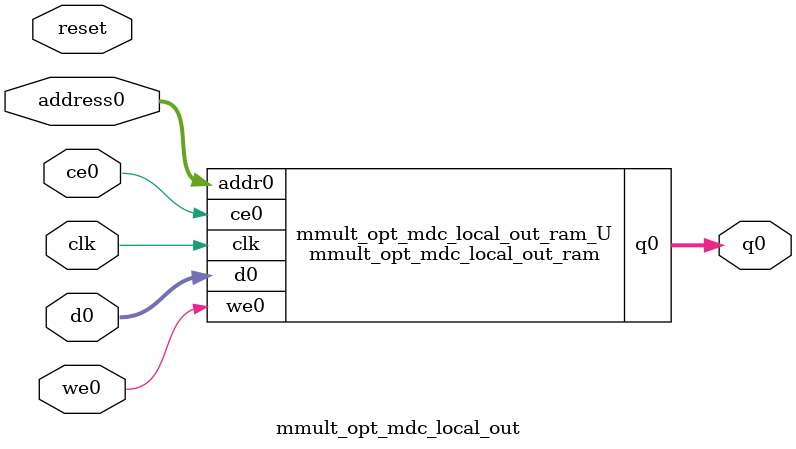
<source format=v>
`timescale 1 ns / 1 ps
module mmult_opt_mdc_local_out_ram (addr0, ce0, d0, we0, q0,  clk);

parameter DWIDTH = 32;
parameter AWIDTH = 6;
parameter MEM_SIZE = 64;

input[AWIDTH-1:0] addr0;
input ce0;
input[DWIDTH-1:0] d0;
input we0;
output reg[DWIDTH-1:0] q0;
input clk;

(* ram_style = "block" *)reg [DWIDTH-1:0] ram[0:MEM_SIZE-1];




always @(posedge clk)  
begin 
    if (ce0) 
    begin
        if (we0) 
        begin 
            ram[addr0] <= d0; 
        end 
        q0 <= ram[addr0];
    end
end


endmodule

`timescale 1 ns / 1 ps
module mmult_opt_mdc_local_out(
    reset,
    clk,
    address0,
    ce0,
    we0,
    d0,
    q0);

parameter DataWidth = 32'd32;
parameter AddressRange = 32'd64;
parameter AddressWidth = 32'd6;
input reset;
input clk;
input[AddressWidth - 1:0] address0;
input ce0;
input we0;
input[DataWidth - 1:0] d0;
output[DataWidth - 1:0] q0;



mmult_opt_mdc_local_out_ram mmult_opt_mdc_local_out_ram_U(
    .clk( clk ),
    .addr0( address0 ),
    .ce0( ce0 ),
    .we0( we0 ),
    .d0( d0 ),
    .q0( q0 ));

endmodule


</source>
